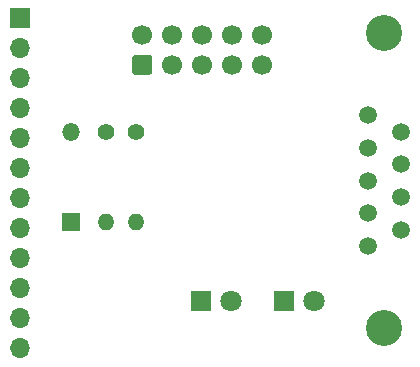
<source format=gbs>
G04 #@! TF.GenerationSoftware,KiCad,Pcbnew,(5.1.7)-1*
G04 #@! TF.CreationDate,2023-02-23T23:14:07-08:00*
G04 #@! TF.ProjectId,MB9X-UART,4d423958-2d55-4415-9254-2e6b69636164,rev?*
G04 #@! TF.SameCoordinates,Original*
G04 #@! TF.FileFunction,Soldermask,Bot*
G04 #@! TF.FilePolarity,Negative*
%FSLAX46Y46*%
G04 Gerber Fmt 4.6, Leading zero omitted, Abs format (unit mm)*
G04 Created by KiCad (PCBNEW (5.1.7)-1) date 2023-02-23 23:14:07*
%MOMM*%
%LPD*%
G01*
G04 APERTURE LIST*
%ADD10O,1.700000X1.700000*%
%ADD11R,1.700000X1.700000*%
%ADD12C,3.048000*%
%ADD13C,1.498600*%
%ADD14O,1.400000X1.400000*%
%ADD15C,1.400000*%
%ADD16C,1.700000*%
%ADD17C,1.800000*%
%ADD18R,1.800000X1.800000*%
%ADD19O,1.500000X1.500000*%
%ADD20R,1.500000X1.500000*%
G04 APERTURE END LIST*
D10*
X131650000Y-110190000D03*
X131650000Y-107650000D03*
X131650000Y-105110000D03*
X131650000Y-102570000D03*
X131650000Y-100030000D03*
X131650000Y-97490000D03*
X131650000Y-94950000D03*
X131650000Y-92410000D03*
X131650000Y-89870000D03*
X131650000Y-87330000D03*
X131650000Y-84790000D03*
D11*
X131650000Y-82250000D03*
D12*
X162500002Y-108495000D03*
X162500002Y-83505000D03*
D13*
X163920001Y-100154998D03*
X163920001Y-97384998D03*
X163920001Y-94614999D03*
X163920001Y-91844999D03*
X161080002Y-101539999D03*
X161080002Y-98770000D03*
X161080002Y-96000000D03*
X161080002Y-93230000D03*
X161080002Y-90460001D03*
D14*
X141500000Y-99520000D03*
D15*
X141500000Y-91900000D03*
D14*
X138900000Y-99520000D03*
D15*
X138900000Y-91900000D03*
D16*
X152160000Y-83660000D03*
X149620000Y-83660000D03*
X147080000Y-83660000D03*
X144540000Y-83660000D03*
X142000000Y-83660000D03*
X152160000Y-86200000D03*
X149620000Y-86200000D03*
X147080000Y-86200000D03*
X144540000Y-86200000D03*
G36*
G01*
X142600000Y-87050000D02*
X141400000Y-87050000D01*
G75*
G02*
X141150000Y-86800000I0J250000D01*
G01*
X141150000Y-85600000D01*
G75*
G02*
X141400000Y-85350000I250000J0D01*
G01*
X142600000Y-85350000D01*
G75*
G02*
X142850000Y-85600000I0J-250000D01*
G01*
X142850000Y-86800000D01*
G75*
G02*
X142600000Y-87050000I-250000J0D01*
G01*
G37*
D17*
X156540000Y-106200000D03*
D18*
X154000000Y-106200000D03*
D17*
X149540000Y-106200000D03*
D18*
X147000000Y-106200000D03*
D19*
X136000000Y-91880000D03*
D20*
X136000000Y-99500000D03*
M02*

</source>
